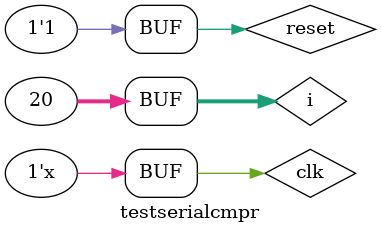
<source format=v>
`timescale 1ns / 1ps

module testserialcmpr;

	// Inputs
	reg a;
	reg b;
	reg reset;
	reg clk;

	// Outputs
	wire alessb;
	wire aequalb;
	wire agreatb;
	integer i;

	// Instantiate the Unit Under Test (UUT)
	serialcmpr uut (
		.a(a), 
		.b(b), 
		.reset(reset), 
		.clk(clk), 
		.alessb(alessb), 
		.aequalb(aequalb), 
		.agreatb(agreatb)
	);

	initial begin
		// Initialize Inputs
		a = 0;
		b = 0;
		reset = 1;
		clk = 0;
		#1
      a = 1;
		b = 0;
		#100
		reset = 0;
      a = 0; 
		b = 0;
		#100
		reset = 1;
      a = 0; 
		b = 0;				
		#100
      a = 1;
		b = 1;
		#100
      a = 0;
		b = 0;	 
		
		for(i=0; i<20; i = i+1)begin
		#100
		a = $random;
		b = $random;
		end	
				
	end
      always clk = #10 ~clk;
endmodule


</source>
